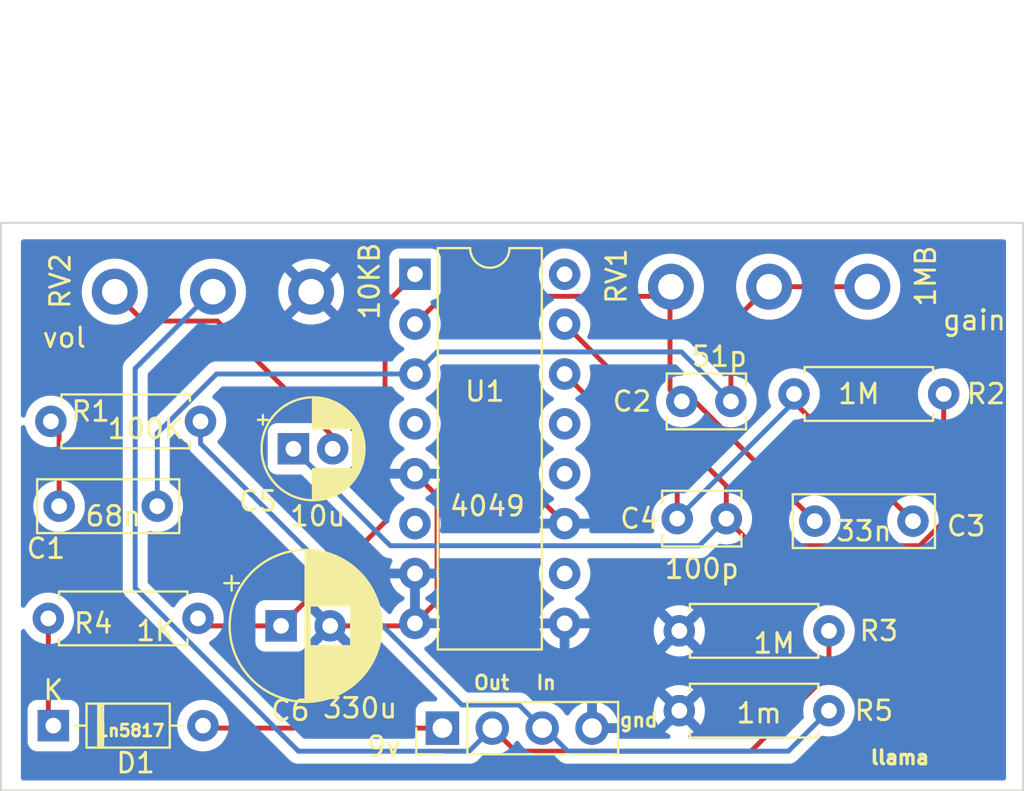
<source format=kicad_pcb>
(kicad_pcb (version 20221018) (generator pcbnew)
  (layers (0 "F.Cu" signal) (31 "B.Cu" signal) (34 "B.Paste" user) (35 "F.Paste" user) (36 "B.SilkS" user "B.Silkscreen") (37 "F.SilkS" user "F.Silkscreen") (38 "B.Mask" user) (39 "F.Mask" user) (44 "Edge.Cuts" user))
  (net 0 "")
  (net 1 "Net-(C1-Pad1)")
  (net 2 "Net-(C1-Pad2)")
  (net 3 "Net-(C2-Pad2)")
  (net 4 "Net-(C3-Pad2)")
  (net 5 "Net-(C4-Pad2)")
  (net 6 "Net-(C5-Pad2)")
  (net 7 "Net-(U1G-VCC)")
  (net 8 "GND")
  (net 9 "Net-(D1-K)")
  (net 10 "9v")
  (net 11 "out")
  (net 12 "IN")
  (footprint "Resistor_THT:R_Axial_DIN0207_L6.3mm_D2.5mm_P7.62mm_Horizontal" (layer "F.Cu") (at 134.493 120.777)
    (fp_text reference "R3" (at 10.16 0) (layer "F.SilkS"))
    (fp_text value "1M" (at 4.826 0.635) (layer "F.SilkS"))
    (fp_line (start 0.54 -1.37) (end 7.08 -1.37) (stroke (width 0.12)) (layer "F.SilkS"))
    (fp_line (start 0.54 -1.04) (end 0.54 -1.37) (stroke (width 0.12)) (layer "F.SilkS"))
    (fp_line (start 0.54 1.04) (end 0.54 1.37) (stroke (width 0.12)) (layer "F.SilkS"))
    (fp_line (start 0.54 1.37) (end 7.08 1.37) (stroke (width 0.12)) (layer "F.SilkS"))
    (fp_line (start 7.08 -1.37) (end 7.08 -1.04) (stroke (width 0.12)) (layer "F.SilkS"))
    (fp_line (start 7.08 1.37) (end 7.08 1.04) (stroke (width 0.12)) (layer "F.SilkS"))
    (pad "1" thru_hole circle (at 0 0) (size 1.6 1.6) (drill 0.8) (layers "*.Cu" "*.Mask") (net 8 "GND"))
    (pad "2" thru_hole oval (at 7.62 0) (size 1.6 1.6) (drill 0.8) (layers "*.Cu" "*.Mask") (net 11 "out"))
  )
  (footprint "Connector_PinHeader_2.54mm:PinHeader_1x04_P2.54mm_Vertical" (layer "F.Cu") (at 122.428 125.73 90)
    (fp_text reference "J1" hide)
    (fp_text value "Conn_01x04_Female" hide)
    (fp_line (start -1.33 -1.33) (end 0 -1.33) (stroke (width 0.12)) (layer "F.SilkS"))
    (fp_line (start -1.33 0) (end -1.33 -1.33) (stroke (width 0.12)) (layer "F.SilkS"))
    (fp_line (start -1.33 1.27) (end -1.33 8.95) (stroke (width 0.12)) (layer "F.SilkS"))
    (fp_line (start -1.33 1.27) (end 1.33 1.27) (stroke (width 0.12)) (layer "F.SilkS"))
    (fp_line (start -1.33 8.95) (end 1.33 8.95) (stroke (width 0.12)) (layer "F.SilkS"))
    (fp_line (start 1.33 1.27) (end 1.33 8.95) (stroke (width 0.12)) (layer "F.SilkS"))
    (pad "1" thru_hole rect (at 0 0 90) (size 1.7 1.7) (drill 1) (layers "*.Cu" "*.Mask") (net 10 "9v"))
    (pad "2" thru_hole oval (at 0 2.54 90) (size 1.7 1.7) (drill 1) (layers "*.Cu" "*.Mask") (net 11 "out"))
    (pad "3" thru_hole oval (at 0 5.08 90) (size 1.7 1.7) (drill 1) (layers "*.Cu" "*.Mask") (net 12 "IN"))
    (pad "4" thru_hole oval (at 0 7.62 90) (size 1.7 1.7) (drill 1) (layers "*.Cu" "*.Mask") (net 8 "GND"))
  )
  (footprint "Resistor_THT:R_Axial_DIN0207_L6.3mm_D2.5mm_P7.62mm_Horizontal" (layer "F.Cu") (at 102.362 120.142)
    (fp_text reference "R4" (at 2.286 0.254) (layer "F.SilkS"))
    (fp_text value "1K" (at 5.461 0.635) (layer "F.SilkS"))
    (fp_line (start 0.54 -1.37) (end 7.08 -1.37) (stroke (width 0.12)) (layer "F.SilkS"))
    (fp_line (start 0.54 -1.04) (end 0.54 -1.37) (stroke (width 0.12)) (layer "F.SilkS"))
    (fp_line (start 0.54 1.04) (end 0.54 1.37) (stroke (width 0.12)) (layer "F.SilkS"))
    (fp_line (start 0.54 1.37) (end 7.08 1.37) (stroke (width 0.12)) (layer "F.SilkS"))
    (fp_line (start 7.08 -1.37) (end 7.08 -1.04) (stroke (width 0.12)) (layer "F.SilkS"))
    (fp_line (start 7.08 1.37) (end 7.08 1.04) (stroke (width 0.12)) (layer "F.SilkS"))
    (pad "1" thru_hole circle (at 0 0) (size 1.6 1.6) (drill 0.8) (layers "*.Cu" "*.Mask") (net 9 "Net-(D1-K)"))
    (pad "2" thru_hole oval (at 7.62 0) (size 1.6 1.6) (drill 0.8) (layers "*.Cu" "*.Mask") (net 7 "Net-(U1G-VCC)"))
  )
  (footprint "Capacitor_THT:C_Disc_D3.8mm_W2.6mm_P2.50mm" (layer "F.Cu") (at 137.12 109.093 180)
    (fp_text reference "C2" (at 5.04 0) (layer "F.SilkS"))
    (fp_text value "51p" (at 0.595 2.286) (layer "F.SilkS"))
    (fp_line (start -0.77 -1.42) (end -0.77 -0.795) (stroke (width 0.12)) (layer "F.SilkS"))
    (fp_line (start -0.77 -1.42) (end 3.27 -1.42) (stroke (width 0.12)) (layer "F.SilkS"))
    (fp_line (start -0.77 0.795) (end -0.77 1.42) (stroke (width 0.12)) (layer "F.SilkS"))
    (fp_line (start -0.77 1.42) (end 3.27 1.42) (stroke (width 0.12)) (layer "F.SilkS"))
    (fp_line (start 3.27 -1.42) (end 3.27 -0.795) (stroke (width 0.12)) (layer "F.SilkS"))
    (fp_line (start 3.27 0.795) (end 3.27 1.42) (stroke (width 0.12)) (layer "F.SilkS"))
    (pad "1" thru_hole circle (at 0 0 180) (size 1.6 1.6) (drill 0.8) (layers "*.Cu" "*.Mask") (net 2 "Net-(C1-Pad2)"))
    (pad "2" thru_hole circle (at 2.5 0 180) (size 1.6 1.6) (drill 0.8) (layers "*.Cu" "*.Mask") (net 3 "Net-(C2-Pad2)"))
  )
  (footprint "Resistor_THT:R_Axial_DIN0207_L6.3mm_D2.5mm_P7.62mm_Horizontal" (layer "F.Cu") (at 110.109 110.109 180)
    (fp_text reference "R1" (at 5.588 0.508) (layer "F.SilkS"))
    (fp_text value "100K" (at 2.794 -0.381) (layer "F.SilkS"))
    (fp_line (start 0.54 -1.37) (end 7.08 -1.37) (stroke (width 0.12)) (layer "F.SilkS"))
    (fp_line (start 0.54 -1.04) (end 0.54 -1.37) (stroke (width 0.12)) (layer "F.SilkS"))
    (fp_line (start 0.54 1.04) (end 0.54 1.37) (stroke (width 0.12)) (layer "F.SilkS"))
    (fp_line (start 0.54 1.37) (end 7.08 1.37) (stroke (width 0.12)) (layer "F.SilkS"))
    (fp_line (start 7.08 -1.37) (end 7.08 -1.04) (stroke (width 0.12)) (layer "F.SilkS"))
    (fp_line (start 7.08 1.37) (end 7.08 1.04) (stroke (width 0.12)) (layer "F.SilkS"))
    (pad "1" thru_hole circle (at 0 0 180) (size 1.6 1.6) (drill 0.8) (layers "*.Cu" "*.Mask") (net 12 "IN"))
    (pad "2" thru_hole oval (at 7.62 0 180) (size 1.6 1.6) (drill 0.8) (layers "*.Cu" "*.Mask") (net 1 "Net-(C1-Pad1)"))
  )
  (footprint "pedals:Pot_Underside" (layer "F.Cu") (at 115.744 103.505 90)
    (fp_text reference "RV2" (at 0.538 -12.774 90) (layer "F.SilkS"))
    (fp_text value "10KB" (at 0.538 2.974 90) (layer "F.SilkS"))
    (pad "1" thru_hole circle (at 0 0 90) (size 2.34 2.34) (drill 1.3) (layers "*.Cu" "*.Mask") (net 8 "GND"))
    (pad "2" thru_hole circle (at 0 -5 90) (size 2.34 2.34) (drill 1.3) (layers "*.Cu" "*.Mask") (net 11 "out"))
    (pad "3" thru_hole circle (at 0 -10 90) (size 2.34 2.34) (drill 1.3) (layers "*.Cu" "*.Mask") (net 6 "Net-(C5-Pad2)"))
  )
  (footprint "Diode_THT:D_DO-35_SOD27_P7.62mm_Horizontal" (layer "F.Cu") (at 102.616 125.603)
    (fp_text reference "D1" (at 4.191 1.905) (layer "F.SilkS"))
    (fp_text value "1n5817" (at 3.937 0.254) (layer "F.SilkS") (effects (font (size 0.6 0.6))))
    (fp_text user "K" (at 0 -1.8) (layer "F.SilkS"))
    (fp_line (start 1.04 0) (end 1.69 0) (stroke (width 0.12)) (layer "F.SilkS"))
    (fp_line (start 1.69 -1.12) (end 1.69 1.12) (stroke (width 0.12)) (layer "F.SilkS"))
    (fp_line (start 1.69 1.12) (end 5.93 1.12) (stroke (width 0.12)) (layer "F.SilkS"))
    (fp_line (start 2.29 -1.12) (end 2.29 1.12) (stroke (width 0.12)) (layer "F.SilkS"))
    (fp_line (start 2.41 -1.12) (end 2.41 1.12) (stroke (width 0.12)) (layer "F.SilkS"))
    (fp_line (start 2.53 -1.12) (end 2.53 1.12) (stroke (width 0.12)) (layer "F.SilkS"))
    (fp_line (start 5.93 -1.12) (end 1.69 -1.12) (stroke (width 0.12)) (layer "F.SilkS"))
    (fp_line (start 5.93 1.12) (end 5.93 -1.12) (stroke (width 0.12)) (layer "F.SilkS"))
    (fp_line (start 6.58 0) (end 5.93 0) (stroke (width 0.12)) (layer "F.SilkS"))
    (pad "1" thru_hole rect (at 0 0) (size 1.6 1.6) (drill 0.8) (layers "*.Cu" "*.Mask") (net 9 "Net-(D1-K)"))
    (pad "2" thru_hole oval (at 7.62 0) (size 1.6 1.6) (drill 0.8) (layers "*.Cu" "*.Mask") (net 10 "9v"))
  )
  (footprint "Capacitor_THT:CP_Radial_D5.0mm_P2.00mm" (layer "F.Cu") (at 114.84 111.506)
    (fp_text reference "C5" (at -1.81 2.667) (layer "F.SilkS"))
    (fp_text value "10u" (at 1.238 3.429) (layer "F.SilkS"))
    (fp_line (start -1.804775 -1.475) (end -1.304775 -1.475) (stroke (width 0.12)) (layer "F.SilkS"))
    (fp_line (start -1.554775 -1.725) (end -1.554775 -1.225) (stroke (width 0.12)) (layer "F.SilkS"))
    (fp_line (start 1 -2.58) (end 1 -1.04) (stroke (width 0.12)) (layer "F.SilkS"))
    (fp_line (start 1 1.04) (end 1 2.58) (stroke (width 0.12)) (layer "F.SilkS"))
    (fp_line (start 1.04 -2.58) (end 1.04 -1.04) (stroke (width 0.12)) (layer "F.SilkS"))
    (fp_line (start 1.04 1.04) (end 1.04 2.58) (stroke (width 0.12)) (layer "F.SilkS"))
    (fp_line (start 1.08 -2.579) (end 1.08 -1.04) (stroke (width 0.12)) (layer "F.SilkS"))
    (fp_line (start 1.08 1.04) (end 1.08 2.579) (stroke (width 0.12)) (layer "F.SilkS"))
    (fp_line (start 1.12 -2.578) (end 1.12 -1.04) (stroke (width 0.12)) (layer "F.SilkS"))
    (fp_line (start 1.12 1.04) (end 1.12 2.578) (stroke (width 0.12)) (layer "F.SilkS"))
    (fp_line (start 1.16 -2.576) (end 1.16 -1.04) (stroke (width 0.12)) (layer "F.SilkS"))
    (fp_line (start 1.16 1.04) (end 1.16 2.576) (stroke (width 0.12)) (layer "F.SilkS"))
    (fp_line (start 1.2 -2.573) (end 1.2 -1.04) (stroke (width 0.12)) (layer "F.SilkS"))
    (fp_line (start 1.2 1.04) (end 1.2 2.573) (stroke (width 0.12)) (layer "F.SilkS"))
    (fp_line (start 1.24 -2.569) (end 1.24 -1.04) (stroke (width 0.12)) (layer "F.SilkS"))
    (fp_line (start 1.24 1.04) (end 1.24 2.569) (stroke (width 0.12)) (layer "F.SilkS"))
    (fp_line (start 1.28 -2.565) (end 1.28 -1.04) (stroke (width 0.12)) (layer "F.SilkS"))
    (fp_line (start 1.28 1.04) (end 1.28 2.565) (stroke (width 0.12)) (layer "F.SilkS"))
    (fp_line (start 1.32 -2.561) (end 1.32 -1.04) (stroke (width 0.12)) (layer "F.SilkS"))
    (fp_line (start 1.32 1.04) (end 1.32 2.561) (stroke (width 0.12)) (layer "F.SilkS"))
    (fp_line (start 1.36 -2.556) (end 1.36 -1.04) (stroke (width 0.12)) (layer "F.SilkS"))
    (fp_line (start 1.36 1.04) (end 1.36 2.556) (stroke (width 0.12)) (layer "F.SilkS"))
    (fp_line (start 1.4 -2.55) (end 1.4 -1.04) (stroke (width 0.12)) (layer "F.SilkS"))
    (fp_line (start 1.4 1.04) (end 1.4 2.55) (stroke (width 0.12)) (layer "F.SilkS"))
    (fp_line (start 1.44 -2.543) (end 1.44 -1.04) (stroke (width 0.12)) (layer "F.SilkS"))
    (fp_line (start 1.44 1.04) (end 1.44 2.543) (stroke (width 0.12)) (layer "F.SilkS"))
    (fp_line (start 1.48 -2.536) (end 1.48 -1.04) (stroke (width 0.12)) (layer "F.SilkS"))
    (fp_line (start 1.48 1.04) (end 1.48 2.536) (stroke (width 0.12)) (layer "F.SilkS"))
    (fp_line (start 1.52 -2.528) (end 1.52 -1.04) (stroke (width 0.12)) (layer "F.SilkS"))
    (fp_line (start 1.52 1.04) (end 1.52 2.528) (stroke (width 0.12)) (layer "F.SilkS"))
    (fp_line (start 1.56 -2.52) (end 1.56 -1.04) (stroke (width 0.12)) (layer "F.SilkS"))
    (fp_line (start 1.56 1.04) (end 1.56 2.52) (stroke (width 0.12)) (layer "F.SilkS"))
    (fp_line (start 1.6 -2.511) (end 1.6 -1.04) (stroke (width 0.12)) (layer "F.SilkS"))
    (fp_line (start 1.6 1.04) (end 1.6 2.511) (stroke (width 0.12)) (layer "F.SilkS"))
    (fp_line (start 1.64 -2.501) (end 1.64 -1.04) (stroke (width 0.12)) (layer "F.SilkS"))
    (fp_line (start 1.64 1.04) (end 1.64 2.501) (stroke (width 0.12)) (layer "F.SilkS"))
    (fp_line (start 1.68 -2.491) (end 1.68 -1.04) (stroke (width 0.12)) (layer "F.SilkS"))
    (fp_line (start 1.68 1.04) (end 1.68 2.491) (stroke (width 0.12)) (layer "F.SilkS"))
    (fp_line (start 1.721 -2.48) (end 1.721 -1.04) (stroke (width 0.12)) (layer "F.SilkS"))
    (fp_line (start 1.721 1.04) (end 1.721 2.48) (stroke (width 0.12)) (layer "F.SilkS"))
    (fp_line (start 1.761 -2.468) (end 1.761 -1.04) (stroke (width 0.12)) (layer "F.SilkS"))
    (fp_line (start 1.761 1.04) (end 1.761 2.468) (stroke (width 0.12)) (layer "F.SilkS"))
    (fp_line (start 1.801 -2.455) (end 1.801 -1.04) (stroke (width 0.12)) (layer "F.SilkS"))
    (fp_line (start 1.801 1.04) (end 1.801 2.455) (stroke (width 0.12)) (layer "F.SilkS"))
    (fp_line (start 1.841 -2.442) (end 1.841 -1.04) (stroke (width 0.12)) (layer "F.SilkS"))
    (fp_line (start 1.841 1.04) (end 1.841 2.442) (stroke (width 0.12)) (layer "F.SilkS"))
    (fp_line (start 1.881 -2.428) (end 1.881 -1.04) (stroke (width 0.12)) (layer "F.SilkS"))
    (fp_line (start 1.881 1.04) (end 1.881 2.428) (stroke (width 0.12)) (layer "F.SilkS"))
    (fp_line (start 1.921 -2.414) (end 1.921 -1.04) (stroke (width 0.12)) (layer "F.SilkS"))
    (fp_line (start 1.921 1.04) (end 1.921 2.414) (stroke (width 0.12)) (layer "F.SilkS"))
    (fp_line (start 1.961 -2.398) (end 1.961 -1.04) (stroke (width 0.12)) (layer "F.SilkS"))
    (fp_line (start 1.961 1.04) (end 1.961 2.398) (stroke (width 0.12)) (layer "F.SilkS"))
    (fp_line (start 2.001 -2.382) (end 2.001 -1.04) (stroke (width 0.12)) (layer "F.SilkS"))
    (fp_line (start 2.001 1.04) (end 2.001 2.382) (stroke (width 0.12)) (layer "F.SilkS"))
    (fp_line (start 2.041 -2.365) (end 2.041 -1.04) (stroke (width 0.12)) (layer "F.SilkS"))
    (fp_line (start 2.041 1.04) (end 2.041 2.365) (stroke (width 0.12)) (layer "F.SilkS"))
    (fp_line (start 2.081 -2.348) (end 2.081 -1.04) (stroke (width 0.12)) (layer "F.SilkS"))
    (fp_line (start 2.081 1.04) (end 2.081 2.348) (stroke (width 0.12)) (layer "F.SilkS"))
    (fp_line (start 2.121 -2.329) (end 2.121 -1.04) (stroke (width 0.12)) (layer "F.SilkS"))
    (fp_line (start 2.121 1.04) (end 2.121 2.329) (stroke (width 0.12)) (layer "F.SilkS"))
    (fp_line (start 2.161 -2.31) (end 2.161 -1.04) (stroke (width 0.12)) (layer "F.SilkS"))
    (fp_line (start 2.161 1.04) (end 2.161 2.31) (stroke (width 0.12)) (layer "F.SilkS"))
    (fp_line (start 2.201 -2.29) (end 2.201 -1.04) (stroke (width 0.12)) (layer "F.SilkS"))
    (fp_line (start 2.201 1.04) (end 2.201 2.29) (stroke (width 0.12)) (layer "F.SilkS"))
    (fp_line (start 2.241 -2.268) (end 2.241 -1.04) (stroke (width 0.12)) (layer "F.SilkS"))
    (fp_line (start 2.241 1.04) (end 2.241 2.268) (stroke (width 0.12)) (layer "F.SilkS"))
    (fp_line (start 2.281 -2.247) (end 2.281 -1.04) (stroke (width 0.12)) (layer "F.SilkS"))
    (fp_line (start 2.281 1.04) (end 2.281 2.247) (stroke (width 0.12)) (layer "F.SilkS"))
    (fp_line (start 2.321 -2.224) (end 2.321 -1.04) (stroke (width 0.12)) (layer "F.SilkS"))
    (fp_line (start 2.321 1.04) (end 2.321 2.224) (stroke (width 0.12)) (layer "F.SilkS"))
    (fp_line (start 2.361 -2.2) (end 2.361 -1.04) (stroke (width 0.12)) (layer "F.SilkS"))
    (fp_line (start 2.361 1.04) (end 2.361 2.2) (stroke (width 0.12)) (layer "F.SilkS"))
    (fp_line (start 2.401 -2.175) (end 2.401 -1.04) (stroke (width 0.12)) (layer "F.SilkS"))
    (fp_line (start 2.401 1.04) (end 2.401 2.175) (stroke (width 0.12)) (layer "F.SilkS"))
    (fp_line (start 2.441 -2.149) (end 2.441 -1.04) (stroke (width 0.12)) (layer "F.SilkS"))
    (fp_line (start 2.441 1.04) (end 2.441 2.149) (stroke (width 0.12)) (layer "F.SilkS"))
    (fp_line (start 2.481 -2.122) (end 2.481 -1.04) (stroke (width 0.12)) (layer "F.SilkS"))
    (fp_line (start 2.481 1.04) (end 2.481 2.122) (stroke (width 0.12)) (layer "F.SilkS"))
    (fp_line (start 2.521 -2.095) (end 2.521 -1.04) (stroke (width 0.12)) (layer "F.SilkS"))
    (fp_line (start 2.521 1.04) (end 2.521 2.095) (stroke (width 0.12)) (layer "F.SilkS"))
    (fp_line (start 2.561 -2.065) (end 2.561 -1.04) (stroke (width 0.12)) (layer "F.SilkS"))
    (fp_line (start 2.561 1.04) (end 2.561 2.065) (stroke (width 0.12)) (layer "F.SilkS"))
    (fp_line (start 2.601 -2.035) (end 2.601 -1.04) (stroke (width 0.12)) (layer "F.SilkS"))
    (fp_line (start 2.601 1.04) (end 2.601 2.035) (stroke (width 0.12)) (layer "F.SilkS"))
    (fp_line (start 2.641 -2.004) (end 2.641 -1.04) (stroke (width 0.12)) (layer "F.SilkS"))
    (fp_line (start 2.641 1.04) (end 2.641 2.004) (stroke (width 0.12)) (layer "F.SilkS"))
    (fp_line (start 2.681 -1.971) (end 2.681 -1.04) (stroke (width 0.12)) (layer "F.SilkS"))
    (fp_line (start 2.681 1.04) (end 2.681 1.971) (stroke (width 0.12)) (layer "F.SilkS"))
    (fp_line (start 2.721 -1.937) (end 2.721 -1.04) (stroke (width 0.12)) (layer "F.SilkS"))
    (fp_line (start 2.721 1.04) (end 2.721 1.937) (stroke (width 0.12)) (layer "F.SilkS"))
    (fp_line (start 2.761 -1.901) (end 2.761 -1.04) (stroke (width 0.12)) (layer "F.SilkS"))
    (fp_line (start 2.761 1.04) (end 2.761 1.901) (stroke (width 0.12)) (layer "F.SilkS"))
    (fp_line (start 2.801 -1.864) (end 2.801 -1.04) (stroke (width 0.12)) (layer "F.SilkS"))
    (fp_line (start 2.801 1.04) (end 2.801 1.864) (stroke (width 0.12)) (layer "F.SilkS"))
    (fp_line (start 2.841 -1.826) (end 2.841 -1.04) (stroke (width 0.12)) (layer "F.SilkS"))
    (fp_line (start 2.841 1.04) (end 2.841 1.826) (stroke (width 0.12)) (layer "F.SilkS"))
    (fp_line (start 2.881 -1.785) (end 2.881 -1.04) (stroke (width 0.12)) (layer "F.SilkS"))
    (fp_line (start 2.881 1.04) (end 2.881 1.785) (stroke (width 0.12)) (layer "F.SilkS"))
    (fp_line (start 2.921 -1.743) (end 2.921 -1.04) (stroke (width 0.12)) (layer "F.SilkS"))
    (fp_line (start 2.921 1.04) (end 2.921 1.743) (stroke (width 0.12)) (layer "F.SilkS"))
    (fp_line (start 2.961 -1.699) (end 2.961 -1.04) (stroke (width 0.12)) (layer "F.SilkS"))
    (fp_line (start 2.961 1.04) (end 2.961 1.699) (stroke (width 0.12)) (layer "F.SilkS"))
    (fp_line (start 3.001 -1.653) (end 3.001 -1.04) (stroke (width 0.12)) (layer "F.SilkS"))
    (fp_line (start 3.001 1.04) (end 3.001 1.653) (stroke (width 0.12)) (layer "F.SilkS"))
    (fp_line (start 3.041 -1.605) (end 3.041 1.605) (stroke (width 0.12)) (layer "F.SilkS"))
    (fp_line (start 3.081 -1.554) (end 3.081 1.554) (stroke (width 0.12)) (layer "F.SilkS"))
    (fp_line (start 3.121 -1.5) (end 3.121 1.5) (stroke (width 0.12)) (layer "F.SilkS"))
    (fp_line (start 3.161 -1.443) (end 3.161 1.443) (stroke (width 0.12)) (layer "F.SilkS"))
    (fp_line (start 3.201 -1.383) (end 3.201 1.383) (stroke (width 0.12)) (layer "F.SilkS"))
    (fp_line (start 3.241 -1.319) (end 3.241 1.319) (stroke (width 0.12)) (layer "F.SilkS"))
    (fp_line (start 3.281 -1.251) (end 3.281 1.251) (stroke (width 0.12)) (layer "F.SilkS"))
    (fp_line (start 3.321 -1.178) (end 3.321 1.178) (stroke (width 0.12)) (layer "F.SilkS"))
    (fp_line (start 3.361 -1.098) (end 3.361 1.098) (stroke (width 0.12)) (layer "F.SilkS"))
    (fp_line (start 3.401 -1.011) (end 3.401 1.011) (stroke (width 0.12)) (layer "F.SilkS"))
    (fp_line (start 3.441 -0.915) (end 3.441 0.915) (stroke (width 0.12)) (layer "F.SilkS"))
    (fp_line (start 3.481 -0.805) (end 3.481 0.805) (stroke (width 0.12)) (layer "F.SilkS"))
    (fp_line (start 3.521 -0.677) (end 3.521 0.677) (stroke (width 0.12)) (layer "F.SilkS"))
    (fp_line (start 3.561 -0.518) (end 3.561 0.518) (stroke (width 0.12)) (layer "F.SilkS"))
    (fp_line (start 3.601 -0.284) (end 3.601 0.284) (stroke (width 0.12)) (layer "F.SilkS"))
    (fp_circle (center 1 0) (end 3.62 0) (stroke (width 0.12)) (fill none) (layer "F.SilkS"))
    (pad "1" thru_hole rect (at 0 0) (size 1.6 1.6) (drill 0.8) (layers "*.Cu" "*.Mask") (net 5 "Net-(C4-Pad2)"))
    (pad "2" thru_hole circle (at 2 0) (size 1.6 1.6) (drill 0.8) (layers "*.Cu" "*.Mask") (net 6 "Net-(C5-Pad2)"))
  )
  (footprint "Capacitor_THT:C_Rect_L7.0mm_W2.5mm_P5.00mm" (layer "F.Cu") (at 141.391 115.189)
    (fp_text reference "C3" (at 7.707 0.254) (layer "F.SilkS"))
    (fp_text value "33n" (at 2.5 0.508) (layer "F.SilkS"))
    (fp_line (start -1.12 -1.37) (end -1.12 1.37) (stroke (width 0.12)) (layer "F.SilkS"))
    (fp_line (start -1.12 -1.37) (end 6.12 -1.37) (stroke (width 0.12)) (layer "F.SilkS"))
    (fp_line (start -1.12 1.37) (end 6.12 1.37) (stroke (width 0.12)) (layer "F.SilkS"))
    (fp_line (start 6.12 -1.37) (end 6.12 1.37) (stroke (width 0.12)) (layer "F.SilkS"))
    (pad "1" thru_hole circle (at 0 0) (size 1.6 1.6) (drill 0.8) (layers "*.Cu" "*.Mask") (net 3 "Net-(C2-Pad2)"))
    (pad "2" thru_hole circle (at 5 0) (size 1.6 1.6) (drill 0.8) (layers "*.Cu" "*.Mask") (net 4 "Net-(C3-Pad2)"))
  )
  (footprint "Capacitor_THT:CP_Radial_D7.5mm_P2.50mm" (layer "F.Cu") (at 114.213 120.523)
    (fp_text reference "C6" (at 0.468 4.318) (layer "F.SilkS"))
    (fp_text value "330u" (at 4.024 4.191) (layer "F.SilkS"))
    (fp_line (start -2.892211 -2.175) (end -2.142211 -2.175) (stroke (width 0.12)) (layer "F.SilkS"))
    (fp_line (start -2.517211 -2.55) (end -2.517211 -1.8) (stroke (width 0.12)) (layer "F.SilkS"))
    (fp_line (start 1.25 -3.83) (end 1.25 3.83) (stroke (width 0.12)) (layer "F.SilkS"))
    (fp_line (start 1.29 -3.83) (end 1.29 3.83) (stroke (width 0.12)) (layer "F.SilkS"))
    (fp_line (start 1.33 -3.83) (end 1.33 3.83) (stroke (width 0.12)) (layer "F.SilkS"))
    (fp_line (start 1.37 -3.829) (end 1.37 3.829) (stroke (width 0.12)) (layer "F.SilkS"))
    (fp_line (start 1.41 -3.827) (end 1.41 3.827) (stroke (width 0.12)) (layer "F.SilkS"))
    (fp_line (start 1.45 -3.825) (end 1.45 3.825) (stroke (width 0.12)) (layer "F.SilkS"))
    (fp_line (start 1.49 -3.823) (end 1.49 -1.04) (stroke (width 0.12)) (layer "F.SilkS"))
    (fp_line (start 1.49 1.04) (end 1.49 3.823) (stroke (width 0.12)) (layer "F.SilkS"))
    (fp_line (start 1.53 -3.82) (end 1.53 -1.04) (stroke (width 0.12)) (layer "F.SilkS"))
    (fp_line (start 1.53 1.04) (end 1.53 3.82) (stroke (width 0.12)) (layer "F.SilkS"))
    (fp_line (start 1.57 -3.817) (end 1.57 -1.04) (stroke (width 0.12)) (layer "F.SilkS"))
    (fp_line (start 1.57 1.04) (end 1.57 3.817) (stroke (width 0.12)) (layer "F.SilkS"))
    (fp_line (start 1.61 -3.814) (end 1.61 -1.04) (stroke (width 0.12)) (layer "F.SilkS"))
    (fp_line (start 1.61 1.04) (end 1.61 3.814) (stroke (width 0.12)) (layer "F.SilkS"))
    (fp_line (start 1.65 -3.81) (end 1.65 -1.04) (stroke (width 0.12)) (layer "F.SilkS"))
    (fp_line (start 1.65 1.04) (end 1.65 3.81) (stroke (width 0.12)) (layer "F.SilkS"))
    (fp_line (start 1.69 -3.805) (end 1.69 -1.04) (stroke (width 0.12)) (layer "F.SilkS"))
    (fp_line (start 1.69 1.04) (end 1.69 3.805) (stroke (width 0.12)) (layer "F.SilkS"))
    (fp_line (start 1.73 -3.801) (end 1.73 -1.04) (stroke (width 0.12)) (layer "F.SilkS"))
    (fp_line (start 1.73 1.04) (end 1.73 3.801) (stroke (width 0.12)) (layer "F.SilkS"))
    (fp_line (start 1.77 -3.795) (end 1.77 -1.04) (stroke (width 0.12)) (layer "F.SilkS"))
    (fp_line (start 1.77 1.04) (end 1.77 3.795) (stroke (width 0.12)) (layer "F.SilkS"))
    (fp_line (start 1.81 -3.79) (end 1.81 -1.04) (stroke (width 0.12)) (layer "F.SilkS"))
    (fp_line (start 1.81 1.04) (end 1.81 3.79) (stroke (width 0.12)) (layer "F.SilkS"))
    (fp_line (start 1.85 -3.784) (end 1.85 -1.04) (stroke (width 0.12)) (layer "F.SilkS"))
    (fp_line (start 1.85 1.04) (end 1.85 3.784) (stroke (width 0.12)) (layer "F.SilkS"))
    (fp_line (start 1.89 -3.777) (end 1.89 -1.04) (stroke (width 0.12)) (layer "F.SilkS"))
    (fp_line (start 1.89 1.04) (end 1.89 3.777) (stroke (width 0.12)) (layer "F.SilkS"))
    (fp_line (start 1.93 -3.77) (end 1.93 -1.04) (stroke (width 0.12)) (layer "F.SilkS"))
    (fp_line (start 1.93 1.04) (end 1.93 3.77) (stroke (width 0.12)) (layer "F.SilkS"))
    (fp_line (start 1.971 -3.763) (end 1.971 -1.04) (stroke (width 0.12)) (layer "F.SilkS"))
    (fp_line (start 1.971 1.04) (end 1.971 3.763) (stroke (width 0.12)) (layer "F.SilkS"))
    (fp_line (start 2.011 -3.755) (end 2.011 -1.04) (stroke (width 0.12)) (layer "F.SilkS"))
    (fp_line (start 2.011 1.04) (end 2.011 3.755) (stroke (width 0.12)) (layer "F.SilkS"))
    (fp_line (start 2.051 -3.747) (end 2.051 -1.04) (stroke (width 0.12)) (layer "F.SilkS"))
    (fp_line (start 2.051 1.04) (end 2.051 3.747) (stroke (width 0.12)) (layer "F.SilkS"))
    (fp_line (start 2.091 -3.738) (end 2.091 -1.04) (stroke (width 0.12)) (layer "F.SilkS"))
    (fp_line (start 2.091 1.04) (end 2.091 3.738) (stroke (width 0.12)) (layer "F.SilkS"))
    (fp_line (start 2.131 -3.729) (end 2.131 -1.04) (stroke (width 0.12)) (layer "F.SilkS"))
    (fp_line (start 2.131 1.04) (end 2.131 3.729) (stroke (width 0.12)) (layer "F.SilkS"))
    (fp_line (start 2.171 -3.72) (end 2.171 -1.04) (stroke (width 0.12)) (layer "F.SilkS"))
    (fp_line (start 2.171 1.04) (end 2.171 3.72) (stroke (width 0.12)) (layer "F.SilkS"))
    (fp_line (start 2.211 -3.71) (end 2.211 -1.04) (stroke (width 0.12)) (layer "F.SilkS"))
    (fp_line (start 2.211 1.04) (end 2.211 3.71) (stroke (width 0.12)) (layer "F.SilkS"))
    (fp_line (start 2.251 -3.699) (end 2.251 -1.04) (stroke (width 0.12)) (layer "F.SilkS"))
    (fp_line (start 2.251 1.04) (end 2.251 3.699) (stroke (width 0.12)) (layer "F.SilkS"))
    (fp_line (start 2.291 -3.688) (end 2.291 -1.04) (stroke (width 0.12)) (layer "F.SilkS"))
    (fp_line (start 2.291 1.04) (end 2.291 3.688) (stroke (width 0.12)) (layer "F.SilkS"))
    (fp_line (start 2.331 -3.677) (end 2.331 -1.04) (stroke (width 0.12)) (layer "F.SilkS"))
    (fp_line (start 2.331 1.04) (end 2.331 3.677) (stroke (width 0.12)) (layer "F.SilkS"))
    (fp_line (start 2.371 -3.665) (end 2.371 -1.04) (stroke (width 0.12)) (layer "F.SilkS"))
    (fp_line (start 2.371 1.04) (end 2.371 3.665) (stroke (width 0.12)) (layer "F.SilkS"))
    (fp_line (start 2.411 -3.653) (end 2.411 -1.04) (stroke (width 0.12)) (layer "F.SilkS"))
    (fp_line (start 2.411 1.04) (end 2.411 3.653) (stroke (width 0.12)) (layer "F.SilkS"))
    (fp_line (start 2.451 -3.64) (end 2.451 -1.04) (stroke (width 0.12)) (layer "F.SilkS"))
    (fp_line (start 2.451 1.04) (end 2.451 3.64) (stroke (width 0.12)) (layer "F.SilkS"))
    (fp_line (start 2.491 -3.626) (end 2.491 -1.04) (stroke (width 0.12)) (layer "F.SilkS"))
    (fp_line (start 2.491 1.04) (end 2.491 3.626) (stroke (width 0.12)) (layer "F.SilkS"))
    (fp_line (start 2.531 -3.613) (end 2.531 -1.04) (stroke (width 0.12)) (layer "F.SilkS"))
    (fp_line (start 2.531 1.04) (end 2.531 3.613) (stroke (width 0.12)) (layer "F.SilkS"))
    (fp_line (start 2.571 -3.598) (end 2.571 -1.04) (stroke (width 0.12)) (layer "F.SilkS"))
    (fp_line (start 2.571 1.04) (end 2.571 3.598) (stroke (width 0.12)) (layer "F.SilkS"))
    (fp_line (start 2.611 -3.584) (end 2.611 -1.04) (stroke (width 0.12)) (layer "F.SilkS"))
    (fp_line (start 2.611 1.04) (end 2.611 3.584) (stroke (width 0.12)) (layer "F.SilkS"))
    (fp_line (start 2.651 -3.568) (end 2.651 -1.04) (stroke (width 0.12)) (layer "F.SilkS"))
    (fp_line (start 2.651 1.04) (end 2.651 3.568) (stroke (width 0.12)) (layer "F.SilkS"))
    (fp_line (start 2.691 -3.553) (end 2.691 -1.04) (stroke (width 0.12)) (layer "F.SilkS"))
    (fp_line (start 2.691 1.04) (end 2.691 3.553) (stroke (width 0.12)) (layer "F.SilkS"))
    (fp_line (start 2.731 -3.536) (end 2.731 -1.04) (stroke (width 0.12)) (layer "F.SilkS"))
    (fp_line (start 2.731 1.04) (end 2.731 3.536) (stroke (width 0.12)) (layer "F.SilkS"))
    (fp_line (start 2.771 -3.52) (end 2.771 -1.04) (stroke (width 0.12)) (layer "F.SilkS"))
    (fp_line (start 2.771 1.04) (end 2.771 3.52) (stroke (width 0.12)) (layer "F.SilkS"))
    (fp_line (start 2.811 -3.502) (end 2.811 -1.04) (stroke (width 0.12)) (layer "F.SilkS"))
    (fp_line (start 2.811 1.04) (end 2.811 3.502) (stroke (width 0.12)) (layer "F.SilkS"))
    (fp_line (start 2.851 -3.484) (end 2.851 -1.04) (stroke (width 0.12)) (layer "F.SilkS"))
    (fp_line (start 2.851 1.04) (end 2.851 3.484) (stroke (width 0.12)) (layer "F.SilkS"))
    (fp_line (start 2.891 -3.466) (end 2.891 -1.04) (stroke (width 0.12)) (layer "F.SilkS"))
    (fp_line (start 2.891 1.04) (end 2.891 3.466) (stroke (width 0.12)) (layer "F.SilkS"))
    (fp_line (start 2.931 -3.447) (end 2.931 -1.04) (stroke (width 0.12)) (layer "F.SilkS"))
    (fp_line (start 2.931 1.04) (end 2.931 3.447) (stroke (width 0.12)) (layer "F.SilkS"))
    (fp_line (start 2.971 -3.427) (end 2.971 -1.04) (stroke (width 0.12)) (layer "F.SilkS"))
    (fp_line (start 2.971 1.04) (end 2.971 3.427) (stroke (width 0.12)) (layer "F.SilkS"))
    (fp_line (start 3.011 -3.407) (end 3.011 -1.04) (stroke (width 0.12)) (layer "F.SilkS"))
    (fp_line (start 3.011 1.04) (end 3.011 3.407) (stroke (width 0.12)) (layer "F.SilkS"))
    (fp_line (start 3.051 -3.386) (end 3.051 -1.04) (stroke (width 0.12)) (layer "F.SilkS"))
    (fp_line (start 3.051 1.04) (end 3.051 3.386) (stroke (width 0.12)) (layer "F.SilkS"))
    (fp_line (start 3.091 -3.365) (end 3.091 -1.04) (stroke (width 0.12)) (layer "F.SilkS"))
    (fp_line (start 3.091 1.04) (end 3.091 3.365) (stroke (width 0.12)) (layer "F.SilkS"))
    (fp_line (start 3.131 -3.343) (end 3.131 -1.04) (stroke (width 0.12)) (layer "F.SilkS"))
    (fp_line (start 3.131 1.04) (end 3.131 3.343) (stroke (width 0.12)) (layer "F.SilkS"))
    (fp_line (start 3.171 -3.321) (end 3.171 -1.04) (stroke (width 0.12)) (layer "F.SilkS"))
    (fp_line (start 3.171 1.04) (end 3.171 3.321) (stroke (width 0.12)) (layer "F.SilkS"))
    (fp_line (start 3.211 -3.297) (end 3.211 -1.04) (stroke (width 0.12)) (layer "F.SilkS"))
    (fp_line (start 3.211 1.04) (end 3.211 3.297) (stroke (width 0.12)) (layer "F.SilkS"))
    (fp_line (start 3.251 -3.274) (end 3.251 -1.04) (stroke (width 0.12)) (layer "F.SilkS"))
    (fp_line (start 3.251 1.04) (end 3.251 3.274) (stroke (width 0.12)) (layer "F.SilkS"))
    (fp_line (start 3.291 -3.249) (end 3.291 -1.04) (stroke (width 0.12)) (layer "F.SilkS"))
    (fp_line (start 3.291 1.04) (end 3.291 3.249) (stroke (width 0.12)) (layer "F.SilkS"))
    (fp_line (start 3.331 -3.224) (end 3.331 -1.04) (stroke (width 0.12)) (layer "F.SilkS"))
    (fp_line (start 3.331 1.04) (end 3.331 3.224) (stroke (width 0.12)) (layer "F.SilkS"))
    (fp_line (start 3.371 -3.198) (end 3.371 -1.04) (stroke (width 0.12)) (layer "F.SilkS"))
    (fp_line (start 3.371 1.04) (end 3.371 3.198) (stroke (width 0.12)) (layer "F.SilkS"))
    (fp_line (start 3.411 -3.172) (end 3.411 -1.04) (stroke (width 0.12)) (layer "F.SilkS"))
    (fp_line (start 3.411 1.04) (end 3.411 3.172) (stroke (width 0.12)) (layer "F.SilkS"))
    (fp_line (start 3.451 -3.144) (end 3.451 -1.04) (stroke (width 0.12)) (layer "F.SilkS"))
    (fp_line (start 3.451 1.04) (end 3.451 3.144) (stroke (width 0.12)) (layer "F.SilkS"))
    (fp_line (start 3.491 -3.116) (end 3.491 -1.04) (stroke (width 0.12)) (layer "F.SilkS"))
    (fp_line (start 3.491 1.04) (end 3.491 3.116) (stroke (width 0.12)) (layer "F.SilkS"))
    (fp_line (start 3.531 -3.088) (end 3.531 -1.04) (stroke (width 0.12)) (layer "F.SilkS"))
    (fp_line (start 3.531 1.04) (end 3.531 3.088) (stroke (width 0.12)) (layer "F.SilkS"))
    (fp_line (start 3.571 -3.058) (end 3.571 3.058) (stroke (width 0.12)) (layer "F.SilkS"))
    (fp_line (start 3.611 -3.028) (end 3.611 3.028) (stroke (width 0.12)) (layer "F.SilkS"))
    (fp_line (start 3.651 -2.996) (end 3.651 2.996) (stroke (width 0.12)) (layer "F.SilkS"))
    (fp_line (start 3.691 -2.964) (end 3.691 2.964) (stroke (width 0.12)) (layer "F.SilkS"))
    (fp_line (start 3.731 -2.931) (end 3.731 2.931) (stroke (width 0.12)) (layer "F.SilkS"))
    (fp_line (start 3.771 -2.898) (end 3.771 2.898) (stroke (width 0.12)) (layer "F.SilkS"))
    (fp_line (start 3.811 -2.863) (end 3.811 2.863) (stroke (width 0.12)) (layer "F.SilkS"))
    (fp_line (start 3.851 -2.827) (end 3.851 2.827) (stroke (width 0.12)) (layer "F.SilkS"))
    (fp_line (start 3.891 -2.79) (end 3.891 2.79) (stroke (width 0.12)) (layer "F.SilkS"))
    (fp_line (start 3.931 -2.752) (end 3.931 2.752) (stroke (width 0.12)) (layer "F.SilkS"))
    (fp_line (start 3.971 -2.713) (end 3.971 2.713) (stroke (width 0.12)) (layer "F.SilkS"))
    (fp_line (start 4.011 -2.673) (end 4.011 2.673) (stroke (width 0.12)) (layer "F.SilkS"))
    (fp_line (start 4.051 -2.632) (end 4.051 2.632) (stroke (width 0.12)) (layer "F.SilkS"))
    (fp_line (start 4.091 -2.589) (end 4.091 2.589) (stroke (width 0.12)) (layer "F.SilkS"))
    (fp_line (start 4.131 -2.546) (end 4.131 2.546) (stroke (width 0.12)) (layer "F.SilkS"))
    (fp_line (start 4.171 -2.5) (end 4.171 2.5) (stroke (width 0.12)) (layer "F.SilkS"))
    (fp_line (start 4.211 -2.454) (end 4.211 2.454) (stroke (width 0.12)) (layer "F.SilkS"))
    (fp_line (start 4.251 -2.405) (end 4.251 2.405) (stroke (width 0.12)) (layer "F.SilkS"))
    (fp_line (start 4.291 -2.355) (end 4.291 2.355) (stroke (width 0.12)) (layer "F.SilkS"))
    (fp_line (start 4.331 -2.304) (end 4.331 2.304) (stroke (width 0.12)) (layer "F.SilkS"))
    (fp_line (start 4.371 -2.25) (end 4.371 2.25) (stroke (width 0.12)) (layer "F.SilkS"))
    (fp_line (start 4.411 -2.195) (end 4.411 2.195) (stroke (width 0.12)) (layer "F.SilkS"))
    (fp_line (start 4.451 -2.137) (end 4.451 2.137) (stroke (width 0.12)) (layer "F.SilkS"))
    (fp_line (start 4.491 -2.077) (end 4.491 2.077) (stroke (width 0.12)) (layer "F.SilkS"))
    (fp_line (start 4.531 -2.014) (end 4.531 2.014) (stroke (width 0.12)) (layer "F.SilkS"))
    (fp_line (start 4.571 -1.949) (end 4.571 1.949) (stroke (width 0.12)) (layer "F.SilkS"))
    (fp_line (start 4.611 -1.881) (end 4.611 1.881) (stroke (width 0.12)) (layer "F.SilkS"))
    (fp_line (start 4.651 -1.809) (end 4.651 1.809) (stroke (width 0.12)) (layer "F.SilkS"))
    (fp_line (start 4.691 -1.733) (end 4.691 1.733) (stroke (width 0.12)) (layer "F.SilkS"))
    (fp_line (start 4.731 -1.654) (end 4.731 1.654) (stroke (width 0.12)) (layer "F.SilkS"))
    (fp_line (start 4.771 -1.569) (end 4.771 1.569) (stroke (width 0.12)) (layer "F.SilkS"))
    (fp_line (start 4.811 -1.478) (end 4.811 1.478) (stroke (width 0.12)) (layer "F.SilkS"))
    (fp_line (start 4.851 -1.381) (end 4.851 1.381) (stroke (width 0.12)) (layer "F.SilkS"))
    (fp_line (start 4.891 -1.275) (end 4.891 1.275) (stroke (width 0.12)) (layer "F.SilkS"))
    (fp_line (start 4.931 -1.158) (end 4.931 1.158) (stroke (width 0.12)) (layer "F.SilkS"))
    (fp_line (start 4.971 -1.028) (end 4.971 1.028) (stroke (width 0.12)) (layer "F.SilkS"))
    (fp_line (start 5.011 -0.877) (end 5.011 0.877) (stroke (width 0.12)) (layer "F.SilkS"))
    (fp_line (start 5.051 -0.693) (end 5.051 0.693) (stroke (width 0.12)) (layer "F.SilkS"))
    (fp_line (start 5.091 -0.441) (end 5.091 0.441) (stroke (width 0.12)) (layer "F.SilkS"))
    (fp_circle (center 1.25 0) (end 5.12 0) (stroke (width 0.12)) (fill none) (layer "F.SilkS"))
    (pad "1" thru_hole rect (at 0 0) (size 1.6 1.6) (drill 0.8) (layers "*.Cu" "*.Mask") (net 7 "Net-(U1G-VCC)"))
    (pad "2" thru_hole circle (at 2.5 0) (size 1.6 1.6) (drill 0.8) (layers "*.Cu" "*.Mask") (net 8 "GND"))
  )
  (footprint "Package_DIP:DIP-16_W7.62mm" (layer "F.Cu") (at 121.031 102.616)
    (fp_text reference "U1" (at 3.556 5.969) (layer "F.SilkS"))
    (fp_text value "4049" (at 3.683 11.811) (layer "F.SilkS"))
    (fp_line (start 1.16 -1.33) (end 1.16 19.11) (stroke (width 0.12)) (layer "F.SilkS"))
    (fp_line (start 1.16 19.11) (end 6.46 19.11) (stroke (width 0.12)) (layer "F.SilkS"))
    (fp_line (start 2.81 -1.33) (end 1.16 -1.33) (stroke (width 0.12)) (layer "F.SilkS"))
    (fp_line (start 6.46 -1.33) (end 4.81 -1.33) (stroke (width 0.12)) (layer "F.SilkS"))
    (fp_line (start 6.46 19.11) (end 6.46 -1.33) (stroke (width 0.12)) (layer "F.SilkS"))
    (fp_arc (start 4.81 -1.33) (mid 3.81 -0.33) (end 2.81 -1.33) (stroke (width 0.12)) (layer "F.SilkS"))
    (pad "1" thru_hole rect (at 0 0) (size 1.6 1.6) (drill 0.8) (layers "*.Cu" "*.Mask") (net 7 "Net-(U1G-VCC)"))
    (pad "2" thru_hole oval (at 0 2.54) (size 1.6 1.6) (drill 0.8) (layers "*.Cu" "*.Mask") (net 3 "Net-(C2-Pad2)"))
    (pad "3" thru_hole oval (at 0 5.08) (size 1.6 1.6) (drill 0.8) (layers "*.Cu" "*.Mask") (net 2 "Net-(C1-Pad2)"))
    (pad "4" thru_hole oval (at 0 7.62) (size 1.6 1.6) (drill 0.8) (layers "*.Cu" "*.Mask"))
    (pad "5" thru_hole oval (at 0 10.16) (size 1.6 1.6) (drill 0.8) (layers "*.Cu" "*.Mask") (net 8 "GND"))
    (pad "6" thru_hole oval (at 0 12.7) (size 1.6 1.6) (drill 0.8) (layers "*.Cu" "*.Mask"))
    (pad "7" thru_hole oval (at 0 15.24) (size 1.6 1.6) (drill 0.8) (layers "*.Cu" "*.Mask") (net 8 "GND"))
    (pad "8" thru_hole oval (at 0 17.78) (size 1.6 1.6) (drill 0.8) (layers "*.Cu" "*.Mask") (net 8 "GND"))
    (pad "9" thru_hole oval (at 7.62 17.78) (size 1.6 1.6) (drill 0.8) (layers "*.Cu" "*.Mask") (net 8 "GND"))
    (pad "10" thru_hole oval (at 7.62 15.24) (size 1.6 1.6) (drill 0.8) (layers "*.Cu" "*.Mask"))
    (pad "11" thru_hole oval (at 7.62 12.7) (size 1.6 1.6) (drill 0.8) (layers "*.Cu" "*.Mask") (net 8 "GND"))
    (pad "12" thru_hole oval (at 7.62 10.16) (size 1.6 1.6) (drill 0.8) (layers "*.Cu" "*.Mask"))
    (pad "13" thru_hole oval (at 7.62 7.62) (size 1.6 1.6) (drill 0.8) (layers "*.Cu" "*.Mask"))
    (pad "14" thru_hole oval (at 7.62 5.08) (size 1.6 1.6) (drill 0.8) (layers "*.Cu" "*.Mask") (net 4 "Net-(C3-Pad2)"))
    (pad "15" thru_hole oval (at 7.62 2.54) (size 1.6 1.6) (drill 0.8) (layers "*.Cu" "*.Mask") (net 5 "Net-(C4-Pad2)"))
    (pad "16" thru_hole oval (at 7.62 0) (size 1.6 1.6) (drill 0.8) (layers "*.Cu" "*.Mask"))
  )
  (footprint "Resistor_THT:R_Axial_DIN0207_L6.3mm_D2.5mm_P7.62mm_Horizontal" (layer "F.Cu") (at 134.493 124.841)
    (fp_text reference "R5" (at 9.906 0) (layer "F.SilkS"))
    (fp_text value "1m" (at 4.064 0.127) (layer "F.SilkS"))
    (fp_line (start 0.54 -1.37) (end 7.08 -1.37) (stroke (width 0.12)) (layer "F.SilkS"))
    (fp_line (start 0.54 -1.04) (end 0.54 -1.37) (stroke (width 0.12)) (layer "F.SilkS"))
    (fp_line (start 0.54 1.04) (end 0.54 1.37) (stroke (width 0.12)) (layer "F.SilkS"))
    (fp_line (start 0.54 1.37) (end 7.08 1.37) (stroke (width 0.12)) (layer "F.SilkS"))
    (fp_line (start 7.08 -1.37) (end 7.08 -1.04) (stroke (width 0.12)) (layer "F.SilkS"))
    (fp_line (start 7.08 1.37) (end 7.08 1.04) (stroke (width 0.12)) (layer "F.SilkS"))
    (pad "1" thru_hole circle (at 0 0) (size 1.6 1.6) (drill 0.8) (layers "*.Cu" "*.Mask") (net 8 "GND"))
    (pad "2" thru_hole oval (at 7.62 0) (size 1.6 1.6) (drill 0.8) (layers "*.Cu" "*.Mask") (net 12 "IN"))
  )
  (footprint "Resistor_THT:R_Axial_DIN0207_L6.3mm_D2.5mm_P7.62mm_Horizontal" (layer "F.Cu") (at 140.335 108.712)
    (fp_text reference "R2" (at 9.779 0) (layer "F.SilkS"))
    (fp_text value "1M" (at 3.302 0) (layer "F.SilkS"))
    (fp_line (start 0.54 -1.37) (end 7.08 -1.37) (stroke (width 0.12)) (layer "F.SilkS"))
    (fp_line (start 0.54 -1.04) (end 0.54 -1.37) (stroke (width 0.12)) (layer "F.SilkS"))
    (fp_line (start 0.54 1.04) (end 0.54 1.37) (stroke (width 0.12)) (layer "F.SilkS"))
    (fp_line (start 0.54 1.37) (end 7.08 1.37) (stroke (width 0.12)) (layer "F.SilkS"))
    (fp_line (start 7.08 -1.37) (end 7.08 -1.04) (stroke (width 0.12)) (layer "F.SilkS"))
    (fp_line (start 7.08 1.37) (end 7.08 1.04) (stroke (width 0.12)) (layer "F.SilkS"))
    (pad "1" thru_hole circle (at 0 0) (size 1.6 1.6) (drill 0.8) (layers "*.Cu" "*.Mask") (net 4 "Net-(C3-Pad2)"))
    (pad "2" thru_hole oval (at 7.62 0) (size 1.6 1.6) (drill 0.8) (layers "*.Cu" "*.Mask") (net 5 "Net-(C4-Pad2)"))
  )
  (footprint "Capacitor_THT:C_Rect_L7.0mm_W2.5mm_P5.00mm" (layer "F.Cu") (at 102.91 114.427)
    (fp_text reference "C1" (at -0.675 2.159) (layer "F.SilkS"))
    (fp_text value "68n" (at 2.754 0.508) (layer "F.SilkS"))
    (fp_line (start -1.12 -1.37) (end -1.12 1.37) (stroke (width 0.12)) (layer "F.SilkS"))
    (fp_line (start -1.12 -1.37) (end 6.12 -1.37) (stroke (width 0.12)) (layer "F.SilkS"))
    (fp_line (start -1.12 1.37) (end 6.12 1.37) (stroke (width 0.12)) (layer "F.SilkS"))
    (fp_line (start 6.12 -1.37) (end 6.12 1.37) (stroke (width 0.12)) (layer "F.SilkS"))
    (pad "1" thru_hole circle (at 0 0) (size 1.6 1.6) (drill 0.8) (layers "*.Cu" "*.Mask") (net 1 "Net-(C1-Pad1)"))
    (pad "2" thru_hole circle (at 5 0) (size 1.6 1.6) (drill 0.8) (layers "*.Cu" "*.Mask") (net 2 "Net-(C1-Pad2)"))
  )
  (footprint "Capacitor_THT:C_Disc_D3.8mm_W2.6mm_P2.50mm" (layer "F.Cu") (at 134.386 115.062)
    (fp_text reference "C4" (at -1.925 0) (layer "F.SilkS"))
    (fp_text value "100p" (at 1.25 2.55) (layer "F.SilkS"))
    (fp_line (start -0.77 -1.42) (end -0.77 -0.795) (stroke (width 0.12)) (layer "F.SilkS"))
    (fp_line (start -0.77 -1.42) (end 3.27 -1.42) (stroke (width 0.12)) (layer "F.SilkS"))
    (fp_line (start -0.77 0.795) (end -0.77 1.42) (stroke (width 0.12)) (layer "F.SilkS"))
    (fp_line (start -0.77 1.42) (end 3.27 1.42) (stroke (width 0.12)) (layer "F.SilkS"))
    (fp_line (start 3.27 -1.42) (end 3.27 -0.795) (stroke (width 0.12)) (layer "F.SilkS"))
    (fp_line (start 3.27 0.795) (end 3.27 1.42) (stroke (width 0.12)) (layer "F.SilkS"))
    (pad "1" thru_hole circle (at 0 0) (size 1.6 1.6) (drill 0.8) (layers "*.Cu" "*.Mask") (net 4 "Net-(C3-Pad2)"))
    (pad "2" thru_hole circle (at 2.5 0) (size 1.6 1.6) (drill 0.8) (layers "*.Cu" "*.Mask") (net 5 "Net-(C4-Pad2)"))
  )
  (footprint "pedals:Pot_Underside" (layer "F.Cu") (at 144.065 103.251 90)
    (fp_text reference "RV1" (at 0.538 -12.774 90) (layer "F.SilkS"))
    (fp_text value "1MB" (at 0.538 2.974 90) (layer "F.SilkS"))
    (pad "1" thru_hole circle (at 0 0 90) (size 2.34 2.34) (drill 1.3) (layers "*.Cu" "*.Mask") (net 2 "Net-(C1-Pad2)"))
    (pad "2" thru_hole circle (at 0 -5 90) (size 2.34 2.34) (drill 1.3) (layers "*.Cu" "*.Mask") (net 3 "Net-(C2-Pad2)"))
    (pad "3" thru_hole circle (at 0 -10 90) (size 2.34 2.34) (drill 1.3) (layers "*.Cu" "*.Mask") (net 3 "Net-(C2-Pad2)"))
  )
  (gr_line (start 99.949 100) (end 152 100) (stroke (width 0.1)) (layer "Edge.Cuts"))
  (gr_line (start 152 128.905) (end 99.949 128.905) (stroke (width 0.1)) (layer "Edge.Cuts"))
  (gr_line (start 99.949 100) (end 99.949 128.905) (stroke (width 0.1)) (layer "Edge.Cuts"))
  (gr_line (start 152 128.905) (end 152 100) (stroke (width 0.1)) (layer "Edge.Cuts"))
  (gr_text "9v\n" (at 118.491 127.254) (layer "F.SilkS") (effects (font (size 1 1)) (justify left bottom)))
  (gr_text "gnd" (at 131.378 125.73) (layer "F.SilkS") (effects (font (size 0.7 0.7)) (justify left bottom)))
  (gr_text "llama\n" (at 144.145 127.635) (layer "F.SilkS") (effects (font (size 0.7 0.7) (thickness 0.175) bold) (justify left bottom)))
  (gr_text "In" (at 127.127 123.825) (layer "F.SilkS") (effects (font (size 0.7 0.7)) (justify left bottom)))
  (gr_text "Out" (at 123.952 123.825) (layer "F.SilkS") (effects (font (size 0.7 0.7)) (justify left bottom)))
  (gr_text "gain" (at 147.828 105.537) (layer "F.SilkS") (effects (font (size 1 1)) (justify left bottom)))
  (gr_text "vol\n" (at 101.981 106.426) (layer "F.SilkS") (effects (font (size 1 1)) (justify left bottom)))
  (segment (start 102.91 110.53) (end 102.489 110.109) (width 0.25) (layer "F.Cu") (net 1))
  (segment (start 102.91 114.427) (end 102.91 110.53) (width 0.25) (layer "F.Cu") (net 1))
  (segment (start 137.12 109.093) (end 137.12 105.149) (width 0.25) (layer "F.Cu") (net 2))
  (segment (start 137.12 105.149) (end 139.018 103.251) (width 0.25) (layer "F.Cu") (net 2))
  (segment (start 139.018 103.251) (end 144.018 103.251) (width 0.25) (layer "F.Cu") (net 2))
  (segment (start 110.931009 107.696) (end 121.031 107.696) (width 0.25) (layer "B.Cu") (net 2))
  (segment (start 107.91 110.717009) (end 110.931009 107.696) (width 0.25) (layer "B.Cu") (net 2))
  (segment (start 134.598 106.571) (end 122.156 106.571) (width 0.25) (layer "B.Cu") (net 2))
  (segment (start 122.156 106.571) (end 121.031 107.696) (width 0.25) (layer "B.Cu") (net 2))
  (segment (start 107.91 114.427) (end 107.91 110.717009) (width 0.25) (layer "B.Cu") (net 2))
  (segment (start 137.12 109.093) (end 134.598 106.571) (width 0.25) (layer "B.Cu") (net 2))
  (segment (start 134.018 108.491) (end 134.62 109.093) (width 0.25) (layer "F.Cu") (net 3))
  (segment (start 122.446 103.741) (end 133.528 103.741) (width 0.25) (layer "F.Cu") (net 3))
  (segment (start 133.528 103.741) (end 134.018 103.251) (width 0.25) (layer "F.Cu") (net 3))
  (segment (start 134.018 103.251) (end 134.018 108.491) (width 0.25) (layer "F.Cu") (net 3))
  (segment (start 121.031 105.156) (end 122.446 103.741) (width 0.25) (layer "F.Cu") (net 3))
  (segment (start 141.391 115.189) (end 135.295 109.093) (width 0.25) (layer "F.Cu") (net 3))
  (segment (start 135.295 109.093) (end 134.62 109.093) (width 0.25) (layer "F.Cu") (net 3))
  (segment (start 140.335 109.133) (end 140.335 108.712) (width 0.25) (layer "F.Cu") (net 4))
  (segment (start 134.386 113.431) (end 128.651 107.696) (width 0.25) (layer "F.Cu") (net 4))
  (segment (start 146.391 115.189) (end 140.335 109.133) (width 0.25) (layer "F.Cu") (net 4))
  (segment (start 134.386 115.062) (end 134.386 113.431) (width 0.25) (layer "F.Cu") (net 4))
  (segment (start 140.335 109.113) (end 140.335 108.712) (width 0.25) (layer "B.Cu") (net 4))
  (segment (start 134.386 115.062) (end 140.335 109.113) (width 0.25) (layer "B.Cu") (net 4))
  (segment (start 147.955 115.215991) (end 147.955 108.712) (width 0.25) (layer "F.Cu") (net 5))
  (segment (start 136.886 113.391) (end 128.651 105.156) (width 0.25) (layer "F.Cu") (net 5))
  (segment (start 138.265 116.441) (end 146.729991 116.441) (width 0.25) (layer "F.Cu") (net 5))
  (segment (start 146.729991 116.441) (end 147.955 115.215991) (width 0.25) (layer "F.Cu") (net 5))
  (segment (start 136.886 115.062) (end 136.886 113.391) (width 0.25) (layer "F.Cu") (net 5))
  (segment (start 136.886 115.062) (end 138.265 116.441) (width 0.25) (layer "F.Cu") (net 5))
  (segment (start 114.84 111.506) (end 119.775 116.441) (width 0.25) (layer "B.Cu") (net 5))
  (segment (start 119.775 116.441) (end 135.507 116.441) (width 0.25) (layer "B.Cu") (net 5))
  (segment (start 135.507 116.441) (end 136.886 115.062) (width 0.25) (layer "B.Cu") (net 5))
  (segment (start 107.192 105) (end 110.969 105) (width 0.25) (layer "F.Cu") (net 6))
  (segment (start 105.697 103.505) (end 107.192 105) (width 0.25) (layer "F.Cu") (net 6))
  (segment (start 110.969 105) (end 116.84 110.871) (width 0.25) (layer "F.Cu") (net 6))
  (segment (start 116.84 110.871) (end 116.84 111.506) (width 0.25) (layer "F.Cu") (net 6))
  (segment (start 119.507 115.229) (end 119.507 104.14) (width 0.25) (layer "F.Cu") (net 7))
  (segment (start 114.213 120.523) (end 119.507 115.229) (width 0.25) (layer "F.Cu") (net 7))
  (segment (start 110.363 120.523) (end 109.982 120.142) (width 0.25) (layer "F.Cu") (net 7))
  (segment (start 114.213 120.523) (end 110.363 120.523) (width 0.25) (layer "F.Cu") (net 7))
  (segment (start 119.507 104.14) (end 121.031 102.616) (width 0.25) (layer "F.Cu") (net 7))
  (segment (start 114.213 120.523) (end 113.85 120.886) (width 0.25) (layer "F.Cu") (net 7))
  (segment (start 122.156 119.271) (end 122.156 113.901) (width 0.25) (layer "F.Cu") (net 8))
  (segment (start 121.031 112.776) (end 126.111 112.776) (width 0.25) (layer "F.Cu") (net 8))
  (segment (start 126.111 112.776) (end 128.651 115.316) (width 0.25) (layer "F.Cu") (net 8))
  (segment (start 121.031 120.396) (end 122.156 119.271) (width 0.25) (layer "F.Cu") (net 8))
  (segment (start 122.156 113.901) (end 121.031 112.776) (width 0.25) (layer "F.Cu") (net 8))
  (segment (start 120.904 120.523) (end 121.031 120.396) (width 0.25) (layer "F.Cu") (net 8))
  (segment (start 116.713 120.523) (end 120.904 120.523) (width 0.25) (layer "F.Cu") (net 8))
  (segment (start 102.362 125.349) (end 102.616 125.603) (width 0.25) (layer "F.Cu") (net 9))
  (segment (start 102.362 120.142) (end 102.362 125.349) (width 0.25) (layer "F.Cu") (net 9))
  (segment (start 122.428 125.73) (end 110.363 125.73) (width 0.25) (layer "F.Cu") (net 10))
  (segment (start 110.363 125.73) (end 110.236 125.603) (width 0.25) (layer "F.Cu") (net 10))
  (segment (start 138.144 126.905) (end 142.113 122.936) (width 0.25) (layer "F.Cu") (net 11))
  (segment (start 124.968 125.73) (end 126.143 126.905) (width 0.25) (layer "F.Cu") (net 11))
  (segment (start 142.113 122.936) (end 142.113 120.777) (width 0.25) (layer "F.Cu") (net 11))
  (segment (start 126.143 126.905) (end 138.144 126.905) (width 0.25) (layer "F.Cu") (net 11))
  (segment (start 106.785 118.596) (end 115.094 126.905) (width 0.25) (layer "B.Cu") (net 11))
  (segment (start 115.094 126.905) (end 123.793 126.905) (width 0.25) (layer "B.Cu") (net 11))
  (segment (start 106.785 107.417) (end 106.785 118.596) (width 0.25) (layer "B.Cu") (net 11))
  (segment (start 110.697 103.505) (end 106.785 107.417) (width 0.25) (layer "B.Cu") (net 11))
  (segment (start 123.793 126.905) (end 124.968 125.73) (width 0.25) (layer "B.Cu") (net 11))
  (segment (start 127.508 125.73) (end 126.333 124.555) (width 0.25) (layer "B.Cu") (net 12))
  (segment (start 128.81 126.905) (end 140.049 126.905) (width 0.25) (layer "B.Cu") (net 12))
  (segment (start 110.109 111.24037) (end 123.42363 124.555) (width 0.25) (layer "B.Cu") (net 12))
  (segment (start 140.049 126.905) (end 142.113 124.841) (width 0.25) (layer "B.Cu") (net 12))
  (segment (start 127.508 125.73) (end 127.635 125.73) (width 0.25) (layer "B.Cu") (net 12))
  (segment (start 110.109 110.109) (end 110.109 111.24037) (width 0.25) (layer "B.Cu") (net 12))
  (segment (start 126.333 124.555) (end 123.42363 124.555) (width 0.25) (layer "B.Cu") (net 12))
  (segment (start 127.635 125.73) (end 128.81 126.905) (width 0.25) (layer "B.Cu") (net 12))
  (zone (net 8) (net_name "GND") (layer "B.Cu") (connect_pads (clearance 0.508)) (min_thickness 0.25) (fill yes (thermal_gap 0.5) (thermal_bridge_width 0.5))
    (polygon (pts (xy 100.965 100.838) (xy 151.13 100.838) (xy 151.13 128.397) (xy 101.092 128.397) (xy 100.965 128.397)))
  )
)
</source>
